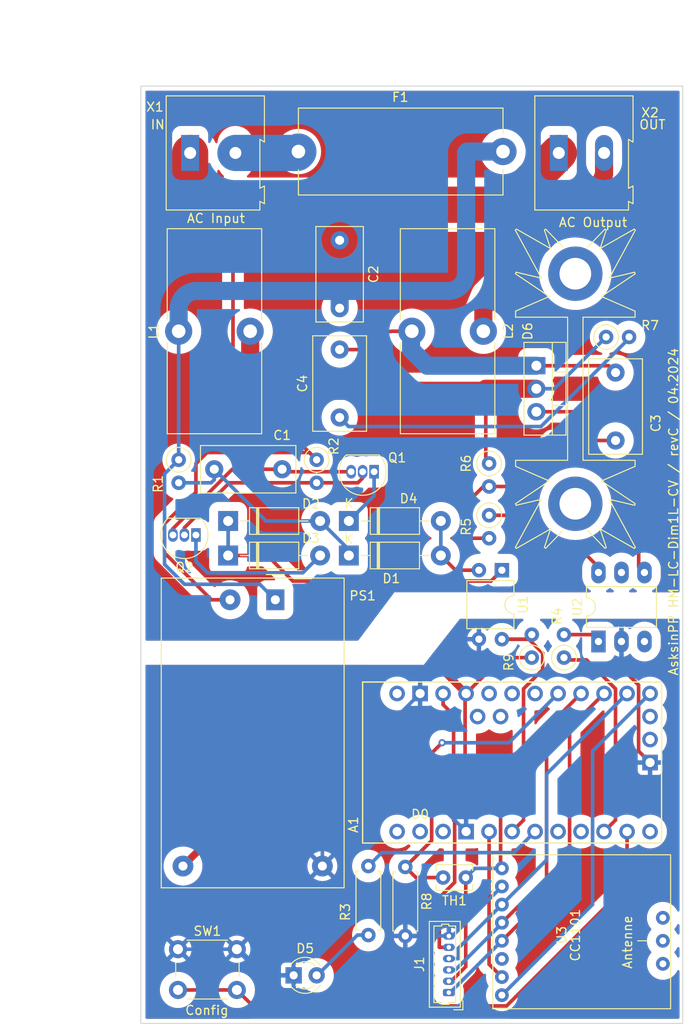
<source format=kicad_pcb>
(kicad_pcb (version 20240108) (generator "pcbnew") (generator_version "8.0")
  (title_block (comment 4 "AISLER Project ID: DOTNUKID"))
  (layers (0 "F.Cu" signal) (31 "B.Cu" signal) (34 "B.Paste" user) (35 "F.Paste" user) (36 "B.SilkS" user "B.Silkscreen") (37 "F.SilkS" user "F.Silkscreen") (38 "B.Mask" user) (39 "F.Mask" user) (44 "Edge.Cuts" user))
  (net 0 "")
  (net 10 "Net-(A1-D2_INT0)")
  (net 11 "Net-(A1-PadD7)")
  (net 12 "Net-(A1-PadD4)")
  (net 14 "ZeroCrossOC")
  (net 15 "Net-(A1-PadD8)")
  (net 17 "Net-(A1-D10_CS)")
  (net 18 "Net-(A1-D11_MOSI)")
  (net 19 "Net-(A1-D12_MISO)")
  (net 20 "GND")
  (net 23 "+3.3V")
  (net 24 "Net-(D1-A)")
  (net 26 "Net-(A1-D13_SCK)")
  (net 27 "Net-(J1-~{RST})")
  (net 28 "Net-(D1-K)")
  (net 29 "Net-(Q1-E)")
  (net 30 "AC_N")
  (net 31 "AC_L")
  (net 32 "Net-(C3-Pad1)")
  (net 33 "Net-(D6-A1)")
  (net 34 "Net-(C4-Pad1)")
  (net 35 "Net-(D2-K)")
  (net 36 "Net-(D3-A)")
  (net 37 "Net-(D5-A)")
  (net 38 "Net-(D6-A2)")
  (net 39 "Net-(D6-G)")
  (net 40 "Net-(X2-Pin_2)")
  (net 41 "Net-(Q1-B)")
  (net 42 "Net-(R4-Pad2)")
  (net 43 "Net-(R5-Pad1)")
  (net 50 "Net-(A1-PadA0)")
  (net 51 "Net-(X1-Pin_2)")
  (net 52 "Net-(D4-K)")
  (footprint "Resistor_THT:R_Axial_DIN0207_L6.3mm_D2.5mm_P2.54mm_Vertical" (layer "F.Cu") (at 154.53 52.705)
    (property "Reference" "R7" (at 4.855 -1.27 0) (layer "F.SilkS"))
    (property "Value" "470R")
    (pad "1" thru_hole circle (at 0 0) (size 1.6 1.6) (drill 0.8) (layers "*.Cu" "*.Mask") (net 33 "Net-(D6-A1)"))
    (pad "2" thru_hole oval (at 2.54 0) (size 1.6 1.6) (drill 0.8) (layers "*.Cu" "*.Mask") (net 34 "Net-(C4-Pad1)"))
  )
  (footprint "Diode_THT:D_DO-41_SOD81_P10.16mm_Horizontal" (layer "F.Cu") (at 112.78 76.835)
    (property "Reference" "D3" (at 9.14 -1.905 0) (layer "F.SilkS"))
    (property "Value" "1N4007")
    (pad "1" thru_hole rect (at 0 0) (size 2.2 2.2) (drill 1.1) (layers "*.Cu" "*.Mask") (net 35 "Net-(D2-K)"))
    (pad "2" thru_hole oval (at 10.16 0) (size 2.2 2.2) (drill 1.1) (layers "*.Cu" "*.Mask") (net 36 "Net-(D3-A)"))
  )
  (footprint "Capacitor_THT:C_Rect_L10.3mm_W5.0mm_P7.50mm_MKS4" (layer "F.Cu") (at 125.095 42.03 -90)
    (property "Reference" "C2" (at 3.75 -3.75 90) (layer "F.SilkS"))
    (property "Value" "100n MKS4-400")
    (pad "1" thru_hole circle (at 0 0 270) (size 2 2) (drill 1) (layers "*.Cu" "*.Mask") (net 30 "AC_N"))
    (pad "2" thru_hole circle (at 7.5 0 270) (size 2 2) (drill 1) (layers "*.Cu" "*.Mask") (net 31 "AC_L"))
  )
  (footprint "Modules_Eigenes:CC1101_Module_v1" (layer "F.Cu") (at 152.02 119.38 90)
    (property "Reference" "U3" (at 0.635 -2.39 90) (layer "F.SilkS"))
    (property "Value" "CC1101" (at 0.635 -0.89 90) (layer "F.SilkS"))
    (fp_text user "Antenne" (at -3.175 5.46 90) (layer "F.SilkS") (effects (justify left bottom)))
    (pad "1" thru_hole circle (at -6 -9 90) (size 1.524 1.524) (drill 0.762) (layers "*.Cu" "*.Mask") (net 17 "Net-(A1-D10_CS)"))
    (pad "2" thru_hole circle (at -4 -9 90) (size 1.524 1.524) (drill 0.762) (layers "*.Cu" "*.Mask") (net 10 "Net-(A1-D2_INT0)"))
    (pad "3" thru_hole circle (at -2 -9 90) (size 1.524 1.524) (drill 0.762) (layers "*.Cu" "*.Mask"))
    (pad "4" thru_hole circle (at 0 -9 90) (size 1.524 1.524) (drill 0.762) (layers "*.Cu" "*.Mask") (net 19 "Net-(A1-D12_MISO)"))
    (pad "5" thru_hole circle (at 2 -9 90) (size 1.524 1.524) (drill 0.762) (layers "*.Cu" "*.Mask") (net 26 "Net-(A1-D13_SCK)"))
    (pad "6" thru_hole circle (at 4 -9 90) (size 1.524 1.524) (drill 0.762) (layers "*.Cu" "*.Mask") (net 18 "Net-(A1-D11_MOSI)"))
    (pad "7" thru_hole circle (at 6 -9 90) (size 1.524 1.524) (drill 0.762) (layers "*.Cu" "*.Mask") (net 20 "GND"))
    (pad "8" thru_hole circle (at 8 -9 90) (size 1.524 1.524) (drill 0.762) (layers "*.Cu" "*.Mask") (net 23 "+3.3V"))
    (pad "9" thru_hole circle (at -2.54 8.78 90) (size 1.524 1.524) (drill 0.762) (layers "*.Cu" "*.Mask"))
    (pad "10" thru_hole circle (at 0 8.78 90) (size 1.524 1.524) (drill 0.762) (layers "*.Cu" "*.Mask"))
    (pad "11" thru_hole circle (at 2.54 8.78 90) (size 1.524 1.524) (drill 0.762) (layers "*.Cu" "*.Mask"))
  )
  (footprint "TerminalBlock:TerminalBlock_Altech_AK300-2_P5.00mm" (layer "F.Cu") (at 149.305 32.385)
    (property "Reference" "X2" (at 10.08 -4.445 0) (layer "F.SilkS"))
    (property "Value" "Screw_Terminal_01x02" (hide yes))
    (pad "1" thru_hole rect (at 0 0) (size 1.98 3.96) (drill 1.32) (layers "*.Cu" "*.Mask") (net 30 "AC_N"))
    (pad "2" thru_hole oval (at 5 0) (size 1.98 3.96) (drill 1.32) (layers "*.Cu" "*.Mask") (net 40 "Net-(X2-Pin_2)"))
  )
  (footprint "Diode_THT:D_DO-41_SOD81_P10.16mm_Horizontal" (layer "F.Cu") (at 126.115 76.835)
    (property "Reference" "D1" (at 4.695 2.54 0) (layer "F.SilkS"))
    (property "Value" "1N4007")
    (fp_text user "K" (at 0 -1.807 0) (layer "F.SilkS"))
    (pad "1" thru_hole rect (at 0 0) (size 2.2 2.2) (drill 1.1) (layers "*.Cu" "*.Mask") (net 28 "Net-(D1-K)"))
    (pad "2" thru_hole oval (at 10.16 0) (size 2.2 2.2) (drill 1.1) (layers "*.Cu" "*.Mask") (net 24 "Net-(D1-A)"))
  )
  (footprint "Capacitor_THT:C_Rect_L10.3mm_W5.0mm_P7.50mm_MKS4" (layer "F.Cu") (at 111.245 67.31)
    (property "Reference" "C1" (at 7.5 -3.75 0) (layer "F.SilkS"))
    (property "Value" "100n / 100V")
    (pad "1" thru_hole circle (at 0 0) (size 2 2) (drill 1) (layers "*.Cu" "*.Mask") (net 28 "Net-(D1-K)"))
    (pad "2" thru_hole circle (at 7.5 0) (size 2 2) (drill 1) (layers "*.Cu" "*.Mask") (net 29 "Net-(Q1-E)"))
  )
  (footprint "Resistor_THT:R_Axial_DIN0207_L6.3mm_D2.5mm_P7.62mm_Horizontal" (layer "F.Cu") (at 128.27 111.125 -90)
    (property "Reference" "R3" (at 5.08 2.54 90) (layer "F.SilkS"))
    (property "Value" "330R")
    (pad "1" thru_hole circle (at 0 0 270) (size 1.6 1.6) (drill 0.8) (layers "*.Cu" "*.Mask") (net 12 "Net-(A1-PadD4)"))
    (pad "2" thru_hole oval (at 7.62 0 270) (size 1.6 1.6) (drill 0.8) (layers "*.Cu" "*.Mask") (net 37 "Net-(D5-A)"))
  )
  (footprint "Resistor_THT:R_Axial_DIN0207_L6.3mm_D2.5mm_P2.54mm_Vertical" (layer "F.Cu") (at 122.555 66.265 -90)
    (property "Reference" "R2" (at -1.495 -1.905 90) (layer "F.SilkS"))
    (property "Value" "470k")
    (pad "1" thru_hole circle (at 0 0 270) (size 1.6 1.6) (drill 0.8) (layers "*.Cu" "*.Mask") (net 30 "AC_N"))
    (pad "2" thru_hole oval (at 2.54 0 270) (size 1.6 1.6) (drill 0.8) (layers "*.Cu" "*.Mask") (net 41 "Net-(Q1-B)"))
  )
  (footprint "Resistor_THT:R_Axial_DIN0207_L6.3mm_D2.5mm_P2.54mm_Vertical" (layer "F.Cu") (at 141.605 72.39 -90)
    (property "Reference" "R5" (at 1.27 2.54 90) (layer "F.SilkS"))
    (property "Value" "360R")
    (pad "1" thru_hole circle (at 0 0 270) (size 1.6 1.6) (drill 0.8) (layers "*.Cu" "*.Mask") (net 43 "Net-(R5-Pad1)"))
    (pad "2" thru_hole oval (at 2.54 0 270) (size 1.6 1.6) (drill 0.8) (layers "*.Cu" "*.Mask") (net 32 "Net-(C3-Pad1)"))
  )
  (footprint "Button_Switch_THT:SW_PUSH_6mm_H5mm" (layer "F.Cu") (at 107.24 120.305)
    (property "Reference" "SW1" (at 3.25 -2 0) (layer "F.SilkS"))
    (property "Value" "Config" (hide yes))
    (pad "1" thru_hole circle (at 0 0 90) (size 2 2) (drill 1.1) (layers "*.Cu" "*.Mask") (net 20 "GND"))
    (pad "1" thru_hole circle (at 6.5 0 90) (size 2 2) (drill 1.1) (layers "*.Cu" "*.Mask") (net 20 "GND"))
    (pad "2" thru_hole circle (at 0 4.5 90) (size 2 2) (drill 1.1) (layers "*.Cu" "*.Mask") (net 15 "Net-(A1-PadD8)"))
    (pad "2" thru_hole circle (at 6.5 4.5 90) (size 2 2) (drill 1.1) (layers "*.Cu" "*.Mask") (net 15 "Net-(A1-PadD8)"))
  )
  (footprint "LED_THT:LED_D3.0mm" (layer "F.Cu") (at 120.015 123.19)
    (property "Reference" "D5" (at 1.27 -2.96 0) (layer "F.SilkS"))
    (property "Value" "LED")
    (pad "1" thru_hole rect (at 0 0) (size 1.8 1.8) (drill 0.9) (layers "*.Cu" "*.Mask") (net 20 "GND"))
    (pad "2" thru_hole circle (at 2.54 0) (size 1.8 1.8) (drill 0.9) (layers "*.Cu" "*.Mask") (net 37 "Net-(D5-A)"))
  )
  (footprint "Inductor_THT:L_Toroid_Vertical_L22.4mm_W10.2mm_P7.90mm_Vishay_TJ4" (layer "F.Cu") (at 107.315 52.07 90)
    (property "Reference" "L1" (at 0 -2.75 90) (layer "F.SilkS"))
    (property "Value" "100µ")
    (pad "1" thru_hole circle (at 0 0 90) (size 3 3) (drill 1.5) (layers "*.Cu" "*.Mask") (net 31 "AC_L"))
    (pad "2" thru_hole circle (at 0 7.9 90) (size 3 3) (drill 1.5) (layers "*.Cu" "*.Mask") (net 33 "Net-(D6-A1)"))
  )
  (footprint "TerminalBlock:TerminalBlock_Altech_AK300-2_P5.00mm" (layer "F.Cu") (at 108.585 32.385)
    (property "Reference" "X1" (at -3.89 -5.08 0) (layer "F.SilkS"))
    (property "Value" "Screw_Terminal_01x02" (hide yes))
    (pad "1" thru_hole rect (at 0 0) (size 1.98 3.96) (drill 1.32) (layers "*.Cu" "*.Mask") (net 30 "AC_N"))
    (pad "2" thru_hole oval (at 5 0) (size 1.98 3.96) (drill 1.32) (layers "*.Cu" "*.Mask") (net 51 "Net-(X1-Pin_2)"))
  )
  (footprint "Fuse:Fuseholder_Cylinder-5x20mm_Stelvio-Kontek_PTF78_Horizontal_Open" (layer "F.Cu") (at 120.542 32.229)
    (property "Reference" "F1" (at 11.25 -6 0) (layer "F.SilkS"))
    (property "Value" "M4A")
    (pad "1" thru_hole circle (at 0 0) (size 3 3) (drill 1.5) (layers "*.Cu" "*.Mask") (net 51 "Net-(X1-Pin_2)"))
    (pad "2" thru_hole circle (at 22.6 0) (size 3 3) (drill 1.5) (layers "*.Cu" "*.Mask") (net 31 "AC_L"))
  )
  (footprint "Package_TO_SOT_THT:TO-92_Inline" (layer "F.Cu") (at 109.22 74.57 180)
    (property "Reference" "Q2" (at 1.27 -3.56 0) (layer "F.SilkS"))
    (property "Value" "BC557")
    (pad "1" thru_hole rect (at 0 0 180) (size 1.05 1.5) (drill 0.75) (layers "*.Cu" "*.Mask") (net 36 "Net-(D3-A)"))
    (pad "2" thru_hole oval (at 1.27 0 180) (size 1.05 1.5) (drill 0.75) (layers "*.Cu" "*.Mask") (net 41 "Net-(Q1-B)"))
    (pad "3" thru_hole oval (at 2.54 0 180) (size 1.05 1.5) (drill 0.75) (layers "*.Cu" "*.Mask") (net 29 "Net-(Q1-E)"))
  )
  (footprint "Resistor_THT:R_Axial_DIN0207_L6.3mm_D2.5mm_P2.54mm_Vertical" (layer "F.Cu") (at 146.32 88.109 90)
    (property "Reference" "R9" (at -0.508 -2.54 90) (layer "F.SilkS"))
    (property "Value" "10k")
    (pad "1" thru_hole circle (at 0 0 90) (size 1.6 1.6) (drill 0.8) (layers "*.Cu" "*.Mask") (net 23 "+3.3V"))
    (pad "2" thru_hole oval (at 2.54 0 90) (size 1.6 1.6) (drill 0.8) (layers "*.Cu" "*.Mask") (net 14 "ZeroCrossOC"))
  )
  (footprint "Capacitor_THT:C_Rect_L10.3mm_W5.7mm_P7.50mm_MKS4" (layer "F.Cu") (at 155.575 64.135 90)
    (property "Reference" "C3" (at 1.905 4.445 90) (layer "F.SilkS"))
    (property "Value" "47n")
    (pad "1" thru_hole circle (at 0 0 90) (size 2 2) (drill 1) (layers "*.Cu" "*.Mask") (net 32 "Net-(C3-Pad1)"))
    (pad "2" thru_hole circle (at 7.5 0 90) (size 2 2) (drill 1) (layers "*.Cu" "*.Mask") (net 38 "Net-(D6-A2)"))
  )
  (footprint "Package_DIP:DIP-4_W7.62mm" (layer "F.Cu") (at 143.018 78.457 -90)
    (property "Reference" "U1" (at 3.81 -2.33 90) (layer "F.SilkS"))
    (property "Value" "LTV-817")
    (pad "1" thru_hole rect (at 0 0 270) (size 1.6 1.6) (drill 0.8) (layers "*.Cu" "*.Mask") (net 35 "Net-(D2-K)"))
    (pad "2" thru_hole oval (at 0 2.54 270) (size 1.6 1.6) (drill 0.8) (layers "*.Cu" "*.Mask") (net 24 "Net-(D1-A)"))
    (pad "3" thru_hole oval (at 7.62 2.54 270) (size 1.6 1.6) (drill 0.8) (layers "*.Cu" "*.Mask") (net 20 "GND"))
    (pad "4" thru_hole oval (at 7.62 0 270) (size 1.6 1.6) (drill 0.8) (layers "*.Cu" "*.Mask") (net 14 "ZeroCrossOC"))
  )
  (footprint "Resistor_THT:R_Axial_DIN0207_L6.3mm_D2.5mm_P2.54mm_Vertical" (layer "F.Cu") (at 107.315 66.265 -90)
    (property "Reference" "R1" (at 2.667 2.27 90) (layer "F.SilkS"))
    (property "Value" "470k")
    (pad "1" thru_hole circle (at 0 0 270) (size 1.6 1.6) (drill 0.8) (layers "*.Cu" "*.Mask") (net 31 "AC_L"))
    (pad "2" thru_hole oval (at 2.54 0 270) (size 1.6 1.6) (drill 0.8) (layers "*.Cu" "*.Mask") (net 28 "Net-(D1-K)"))
  )
  (footprint "Package_TO_SOT_THT:TO-92_Inline" (layer "F.Cu") (at 128.905 67.585 180)
    (property "Reference" "Q1" (at -2.54 1.545 180) (layer "F.SilkS"))
    (property "Value" "BC547")
    (pad "1" thru_hole rect (at 0 0 180) (size 1.05 1.5) (drill 0.75) (layers "*.Cu" "*.Mask") (net 52 "Net-(D4-K)"))
    (pad "2" thru_hole oval (at 1.27 0 180) (size 1.05 1.5) (drill 0.75) (layers "*.Cu" "*.Mask") (net 41 "Net-(Q1-B)"))
    (pad "3" thru_hole oval (at 2.54 0 180) (size 1.05 1.5) (drill 0.75) (layers "*.Cu" "*.Mask") (net 29 "Net-(Q1-E)"))
  )
  (footprint "Connector_Molex:Molex_PicoBlade_53047-0610_1x06_P1.25mm_Vertical" (layer "F.Cu") (at 137.16 125.095 90)
    (property "Reference" "J1" (at 3.12 -3.25 90) (layer "F.SilkS"))
    (property "Value" "AVR-ISP-6")
    (pad "1" thru_hole roundrect (at 0 0 90) (size 0.8 1.3) (drill 0.5) (layers "*.Cu" "*.Mask") (net 19 "Net-(A1-D12_MISO)"))
    (pad "2" thru_hole oval (at 1.25 0 90) (size 0.8 1.3) (drill 0.5) (layers "*.Cu" "*.Mask") (net 23 "+3.3V"))
    (pad "3" thru_hole oval (at 2.5 0 90) (size 0.8 1.3) (drill 0.5) (layers "*.Cu" "*.Mask") (net 26 "Net-(A1-D13_SCK)"))
    (pad "4" thru_hole oval (at 3.75 0 90) (size 0.8 1.3) (drill 0.5) (layers "*.Cu" "*.Mask") (net 18 "Net-(A1-D11_MOSI)"))
    (pad "5" thru_hole oval (at 5 0 90) (size 0.8 1.3) (drill 0.5) (layers "*.Cu" "*.Mask") (net 27 "Net-(J1-~{RST})"))
    (pad "6" thru_hole oval (at 6.25 0 90) (size 0.8 1.3) (drill 0.5) (layers "*.Cu" "*.Mask") (net 20 "GND"))
  )
  (footprint "Diode_THT:D_DO-41_SOD81_P10.16mm_Horizontal" (layer "F.Cu") (at 126.115 73.025)
    (property "Reference" "D4" (at 6.6 -2.47 0) (layer "F.SilkS"))
    (property "Value" "1N4007")
    (fp_text user "K" (at 0.012 -1.934 0) (layer "F.SilkS"))
    (pad "1" thru_hole rect (at 0 0) (size 2.2 2.2) (drill 1.1) (layers "*.Cu" "*.Mask") (net 52 "Net-(D4-K)"))
    (pad "2" thru_hole oval (at 10.16 0) (size 2.2 2.2) (drill 1.1) (layers "*.Cu" "*.Mask") (net 24 "Net-(D1-A)"))
  )
  (footprint "Capacitor_THT:C_Disc_D3.8mm_W2.6mm_P2.50mm" (layer "F.Cu") (at 139.025 112.395 180)
    (property "Reference" "TH1" (at 1.25 -2.55 180) (layer "F.SilkS"))
    (property "Value" "NTC 10k")
    (pad "1" thru_hole circle (at 0 0 180) (size 1.6 1.6) (drill 0.8) (layers "*.Cu" "*.Mask") (net 23 "+3.3V"))
    (pad "2" thru_hole circle (at 2.5 0 180) (size 1.6 1.6) (drill 0.8) (layers "*.Cu" "*.Mask") (net 50 "Net-(A1-PadA0)"))
  )
  (footprint "PCM_arduino-library:Clone_Pro_Mini_Socket_NoSPH" (layer "F.Cu") (at 144.145 99.695 90)
    (property "Reference" "A1" (at -6.858 -17.526 90) (layer "F.SilkS"))
    (property "Value" "Clone_Pro_Mini_Socket_NoSPH")
    (fp_text user "D0" (at -5.715 -10.16 0) (layer "F.SilkS"))
    (pad "A0" thru_hole circle (at 7.62 5.08 90) (size 1.7272 1.7272) (drill 1.016) (layers "*.Cu" "*.Mask") (net 50 "Net-(A1-PadA0)"))
    (pad "A1" thru_hole circle (at 7.62 2.54 90) (size 1.7272 1.7272) (drill 1.016) (layers "*.Cu" "*.Mask"))
    (pad "A2" thru_hole circle (at 7.62 0 90) (size 1.7272 1.7272) (drill 1.016) (layers "*.Cu" "*.Mask"))
    (pad "A3" thru_hole circle (at 7.62 -2.54 90) (size 1.7272 1.7272) (drill 1.016) (layers "*.Cu" "*.Mask"))
    (pad "A4" thru_hole circle (at 5.08 -1.27 90) (size 1.7272 1.7272) (drill 1.016) (layers "*.Cu" "*.Mask"))
    (pad "A5" thru_hole circle (at 5.08 -3.81 90) (size 1.7272 1.7272) (drill 1.016) (layers "*.Cu" "*.Mask"))
    (pad "A6" thru_hole circle (at 2.54 15.24 90) (size 1.7272 1.7272) (drill 1.016) (layers "*.Cu" "*.Mask"))
    (pad "A7" thru_hole circle (at 5.08 15.24 90) (size 1.7272 1.7272) (drill 1.016) (layers "*.Cu" "*.Mask"))
    (pad "D0" thru_hole circle (at -7.62 -10.16 90) (size 1.7272 1.7272) (drill 1.016) (layers "*.Cu" "*.Mask"))
    (pad "D1" thru_hole circle (at -7.62 -12.7 90) (size 1.7272 1.7272) (drill 1.016) (layers "*.Cu" "*.Mask"))
    (pad "D2" thru_hole circle (at -7.62 -2.54 90) (size 1.7272 1.7272) (drill 1.016) (layers "*.Cu" "*.Mask") (net 10 "Net-(A1-D2_INT0)"))
    (pad "D3" thru_hole circle (at -7.62 0 90) (size 1.7272 1.7272) (drill 1.016) (layers "*.Cu" "*.Mask") (net 14 "ZeroCrossOC"))
    (pad "D4" thru_hole circle (at -7.62 2.54 90) (size 1.7272 1.7272) (drill 1.016) (layers "*.Cu" "*.Mask") (net 12 "Net-(A1-PadD4)"))
    (pad "D5" thru_hole circle (at -7.62 5.08 90) (size 1.7272 1.7272) (drill 1.016) (layers "*.Cu" "*.Mask"))
    (pad "D6" thru_hole circle (at -7.62 7.62 90) (size 1.7272 1.7272) (drill 1.016) (layers "*.Cu" "*.Mask"))
    (pad "D7" thru_hole circle (at -7.62 10.16 90) (size 1.7272 1.7272) (drill 1.016) (layers "*.Cu" "*.Mask") (net 11 "Net-(A1-PadD7)"))
    (pad "D8" thru_hole circle (at -7.62 12.7 90) (size 1.7272 1.7272) (drill 1.016) (layers "*.Cu" "*.Mask") (net 15 "Net-(A1-PadD8)"))
    (pad "D9" thru_hole circle (at -7.62 15.24 90) (size 1.7272 1.7272) (drill 1.016) (layers "*.Cu" "*.Mask"))
    (pad "D10" thru_hole circle (at 7.62 15.24 90) (size 1.7272 1.7272) (drill 1.016) (layers "*.Cu" "*.Mask") (net 17 "Net-(A1-D10_CS)"))
    (pad "D11" thru_hole circle (at 7.62 12.7 90) (size 1.7272 1.7272) (drill 1.016) (layers "*.Cu" "*.Mask") (net 18 "Net-(A1-D11_MOSI)"))
    (pad "D12" thru_hole circle (at 7.62 10.16 90) (size 1.7272 1.7272) (drill 1.016) (layers "*.Cu" "*.Mask") (net 19 "Net-(A1-D12_MISO)"))
    (pad "D13" thru_hole circle (at 7.62 7.62 90) (size 1.7272 1.7272) (drill 1.016) (layers "*.Cu" "*.Mask") (net 26 "Net-(A1-D13_SCK)"))
    (pad "GND1" thru_hole rect (at -7.62 -5.08 90) (size 1.7272 1.7272) (drill 1.016) (layers "*.Cu" "*.Mask") (net 20 "GND"))
    (pad "GND2" thru_hole rect (at 7.62 -10.16 90) (size 1.7272 1.7272) (drill 1.016) (layers "*.Cu" "*.Mask") (net 20 "GND"))
    (pad "GND3" thru_hole rect (at 0 15.24 90) (size 1.7272 1.7272) (drill 1.016) (layers "*.Cu" "*.Mask") (net 20 "GND"))
    (pad "RAW" thru_hole circle (at 7.62 -12.7 90) (size 1.7272 1.7272) (drill 1.016) (layers "*.Cu" "*.Mask"))
    (pad "RST1" thru_hole circle (at -7.62 -7.62 90) (size 1.7272 1.7272) (drill 1.016) (layers "*.Cu" "*.Mask"))
    (pad "RST2" thru_hole circle (at 7.62 -7.62 90) (size 1.7272 1.7272) (drill 1.016) (layers "*.Cu" "*.Mask") (net 27 "Net-(J1-~{RST})"))
    (pad "Vcc1" thru_hole circle (at 7.62 -5.08 90) (size 1.7272 1.7272) (drill 1.016) (layers "*.Cu" "*.Mask") (net 23 "+3.3V"))
  )
  (footprint "Resistor_THT:R_Axial_DIN0207_L6.3mm_D2.5mm_P2.54mm_Vertical" (layer "F.Cu") (at 141.605 66.675 -90)
    (property "Reference" "R6" (at 0 2.54 90) (layer "F.SilkS"))
    (property "Value" "470R")
    (pad "1" thru_hole circle (at 0 0 270) (size 1.6 1.6) (drill 0.8) (layers "*.Cu" "*.Mask") (net 33 "Net-(D6-A1)"))
    (pad "2" thru_hole oval (at 2.54 0 270) (size 1.6 1.6) (drill 0.8) (layers "*.Cu" "*.Mask") (net 32 "Net-(C3-Pad1)"))
  )
  (footprint "Inductor_THT:L_Toroid_Vertical_L22.4mm_W10.2mm_P7.90mm_Vishay_TJ4" (layer "F.Cu") (at 140.97 52.07 -90)
    (property "Reference" "L2" (at 0 -2.75 90) (layer "F.SilkS"))
    (property "Value" "100µ")
    (pad "1" thru_hole circle (at 0 0 270) (size 3 3) (drill 1.5) (layers "*.Cu" "*.Mask") (net 40 "Net-(X2-Pin_2)"))
    (pad "2" thru_hole circle (at 0 7.9 270) (size 3 3) (drill 1.5) (layers "*.Cu" "*.Mask") (net 38 "Net-(D6-A2)"))
  )
  (footprint "Converter_ACDC:Converter_ACDC_HiLink_HLK-PMxx" (layer "F.Cu") (at 117.99 81.725 -90)
    (property "Reference" "PS1" (at -0.445 -9.645 0) (layer "F.SilkS"))
    (property "Value" "HLK-PM03")
    (pad "1" thru_hole rect (at 0 0 270) (size 2.3 2) (drill 1) (layers "*.Cu" "*.Mask") (net 31 "AC_L"))
    (pad "2" thru_hole circle (at 0 5 270) (size 2.3 2.3) (drill 1) (layers "*.Cu" "*.Mask") (net 30 "AC_N"))
    (pad "3" thru_hole circle (at 29.4 -5.2 270) (size 2.3 2.3) (drill 1) (layers "*.Cu" "*.Mask") (net 20 "GND"))
    (pad "4" thru_hole circle (at 29.4 10.2 270) (size 2.3 2.3) (drill 1) (layers "*.Cu" "*.Mask") (net 23 "+3.3V"))
  )
  (footprint "Heatsink:Heatsink_Fischer_SK104-STCB_35x13mm__2xDrill3.5mm_ScrewM3" (layer "F.Cu") (at 151.13 58.42 90)
    (property "Reference" "HS1" (hide yes))
    (property "Value" "Heatsink")
    (pad "" thru_hole circle (at -12.7 0 270) (size 6 6) (drill 3.5) (layers "*.Cu" "*.Mask"))
    (pad "" thru_hole circle (at 12.7 0 90) (size 6 6) (drill 3.5) (layers "*.Cu" "*.Mask"))
  )
  (footprint "Package_DIP:DIP-6_W7.62mm_LongPads" (layer "F.Cu") (at 153.686 86.331 90)
    (property "Reference" "U2" (at 3.81 -2.33 90) (layer "F.SilkS"))
    (property "Value" "MOC3052M")
    (pad "1" thru_hole rect (at 0 0 90) (size 2.4 1.6) (drill 0.8) (layers "*.Cu" "*.Mask") (net 42 "Net-(R4-Pad2)"))
    (pad "2" thru_hole oval (at 0 2.54 90) (size 2.4 1.6) (drill 0.8) (layers "*.Cu" "*.Mask") (net 20 "GND"))
    (pad "3" thru_hole oval (at 0 5.08 90) (size 2.4 1.6) (drill 0.8) (layers "*.Cu" "*.Mask"))
    (pad "4" thru_hole oval (at 7.62 5.08 90) (size 2.4 1.6) (drill 0.8) (layers "*.Cu" "*.Mask") (net 39 "Net-(D6-G)"))
    (pad "5" thru_hole oval (at 7.62 2.54 90) (size 2.4 1.6) (drill 0.8) (layers "*.Cu" "*.Mask"))
    (pad "6" thru_hole oval (at 7.62 0 90) (size 2.4 1.6) (drill 0.8) (layers "*.Cu" "*.Mask") (net 43 "Net-(R5-Pad1)"))
  )
  (footprint "Resistor_THT:R_Axial_DIN0207_L6.3mm_D2.5mm_P2.54mm_Vertical" (layer "F.Cu") (at 149.876 88.109 90)
    (property "Reference" "R4" (at 4.572 -0.762 90) (layer "F.SilkS"))
    (property "Value" "220R")
    (pad "1" thru_hole circle (at 0 0 90) (size 1.6 1.6) (drill 0.8) (layers "*.Cu" "*.Mask") (net 11 "Net-(A1-PadD7)"))
    (pad "2" thru_hole oval (at 2.54 0 90) (size 1.6 1.6) (drill 0.8) (layers "*.Cu" "*.Mask") (net 42 "Net-(R4-Pad2)"))
  )
  (footprint "Package_TO_SOT_THT:TO-220-3_Vertical" (layer "F.Cu") (at 146.828 55.88 -90)
    (property "Reference" "D6" (at -3.81 0.96 90) (layer "F.SilkS"))
    (property "Value" "BT138" (hide yes))
    (pad "1" thru_hole rect (at 0 0 270) (size 1.905 2) (drill 1.1) (layers "*.Cu" "*.Mask") (net 38 "Net-(D6-A2)"))
    (pad "2" thru_hole oval (at 2.54 0 270) (size 1.905 2) (drill 1.1) (layers "*.Cu" "*.Mask") (net 33 "Net-(D6-A1)"))
    (pad "3" thru_hole oval (at 5.08 0 270) (size 1.905 2) (drill 1.1) (layers "*.Cu" "*.Mask") (net 39 "Net-(D6-G)"))
  )
  (footprint "Capacitor_THT:C_Rect_L10.3mm_W5.7mm_P7.50mm_MKS4" (layer "F.Cu") (at 125.095 61.595 90)
    (property "Reference" "C4" (at 3.75 -4.1 90) (layer "F.SilkS"))
    (property "Value" "47n")
    (pad "1" thru_hole circle (at 0 0 90) (size 2 2) (drill 1) (layers "*.Cu" "*.Mask") (net 34 "Net-(C4-Pad1)"))
    (pad "2" thru_hole circle (at 7.5 0 90) (size 2 2) (drill 1) (layers "*.Cu" "*.Mask") (net 38 "Net-(D6-A2)"))
  )
  (footprint "MountingHole:MountingHole_3.2mm_M3" (layer "F.Cu") (at 133.14 84.495)
    (property "Reference" "H1" (hide yes))
    (property "Value" "MountingHole")
    (pad "" np_thru_hole circle (at 0 0) (size 3.2 3.2) (drill 3.2) (layers "*.Cu" "*.Mask"))
  )
  (footprint "Resistor_THT:R_Axial_DIN0207_L6.3mm_D2.5mm_P7.62mm_Horizontal" (layer "F.Cu") (at 132.35 111.223 -90)
    (property "Reference" "R8" (at 3.81 -2.37 90) (layer "F.SilkS"))
    (property "Value" "10k")
    (pad "1" thru_hole circle (at 0 0 270) (size 1.6 1.6) (drill 0.8) (layers "*.Cu" "*.Mask") (net 50 "Net-(A1-PadA0)"))
    (pad "2" thru_hole oval (at 7.62 0 270) (size 1.6 1.6) (drill 0.8) (layers "*.Cu" "*.Mask") (net 20 "GND"))
  )
  (footprint "Diode_THT:D_DO-41_SOD81_P10.16mm_Horizontal" (layer "F.Cu") (at 112.78 73.025)
    (property "Reference" "D2" (at 9.14 -1.905 0) (layer "F.SilkS"))
    (property "Value" "1N4007")
    (pad "1" thru_hole rect (at 0 0) (size 2.2 2.2) (drill 1.1) (layers "*.Cu" "*.Mask") (net 35 "Net-(D2-K)"))
    (pad "2" thru_hole oval (at 10.16 0) (size 2.2 2.2) (drill 1.1) (layers "*.Cu" "*.Mask") (net 28 "Net-(D1-K)"))
  )
  (gr_rect (start 103.14 25) (end 163 128.495) (stroke (width 0.1)) (fill none) (layer "Edge.Cuts"))
  (gr_text "AC Output" (at 149.225 40.64 0) (layer "F.SilkS") (effects (font (size 1 1)) (justify left bottom)))
  (gr_text "AC Input" (at 108.142564 40.192358 0) (layer "F.SilkS") (effects (font (size 1 1)) (justify left bottom)))
  (gr_text "AsksinPP HM-LC-Dim1L-CV / revC / 04.2024" (at 162.56 90.17 90) (layer "F.SilkS") (effects (font (size 1 1)) (justify left bottom)))
  (gr_text "Config" (at 107.95 127.635 0) (layer "F.SilkS") (effects (font (size 1 1)) (justify left bottom)))
  (gr_text "IN" (at 104.14 29.845 0) (layer "F.SilkS") (effects (font (size 1 1)) (justify left bottom)))
  (gr_text "OUT" (at 158.115 29.845 0) (layer "F.SilkS") (effects (font (size 1 1)) (justify left bottom)))
  (segment (start 141.605 107.315) (end 141.605 121.965) (width 0.4) (layer "F.Cu") (net 10))
  (segment (start 141.605 121.965) (end 143.02 123.38) (width 0.4) (layer "F.Cu") (net 10))
  (segment (start 155.5686 91.551599) (end 155.5686 106.0514) (width 0.4) (layer "F.Cu") (net 11))
  (segment (start 152.380001 88.363) (end 155.5686 91.551599) (width 0.4) (layer "F.Cu") (net 11))
  (segment (start 155.5686 106.0514) (end 154.305 107.315) (width 0.4) (layer "F.Cu") (net 11))
  (segment (start 149.876 88.109) (end 150.13 88.363) (width 0.4) (layer "F.Cu") (net 11))
  (segment (start 150.13 88.363) (end 152.380001 88.363) (width 0.4) (layer "F.Cu") (net 11))
  (segment (start 144.3587 109.6413) (end 146.685 107.315) (width 0.4) (layer "B.Cu") (net 12))
  (segment (start 128.27 111.125) (end 129.7537 109.6413) (width 0.4) (layer "B.Cu") (net 12))
  (segment (start 129.7537 109.6413) (end 144.3587 109.6413) (width 0.4) (layer "B.Cu") (net 12))
  (segment (start 145.812 86.077) (end 146.32 85.569) (width 0.4) (layer "F.Cu") (net 14))
  (segment (start 143.018 86.077) (end 145.812 86.077) (width 0.4) (layer "F.Cu") (net 14))
  (segment (start 147.52 87.611943) (end 147.52 89.440199) (width 0.4) (layer "F.Cu") (net 14))
  (segment (start 145.4086 91.551599) (end 145.4086 106.0514) (width 0.4) (layer "F.Cu") (net 14))
  (segment (start 145.985057 86.077) (end 147.52 87.611943) (width 0.4) (layer "F.Cu") (net 14))
  (segment (start 147.52 89.440199) (end 145.4086 91.551599) (width 0.4) (layer "F.Cu") (net 14))
  (segment (start 143.018 86.077) (end 145.985057 86.077) (width 0.4) (layer "F.Cu") (net 14))
  (segment (start 145.4086 106.0514) (end 144.145 107.315) (width 0.4) (layer "F.Cu") (net 14))
  (segment (start 113.74 124.805) (end 107.24 124.805) (width 0.4) (layer "F.Cu") (net 15))
  (segment (start 156.845 113.2615) (end 143.5366 126.5699) (width 0.4) (layer "F.Cu") (net 15))
  (segment (start 115.5049 126.5699) (end 113.74 124.805) (width 0.4) (layer "F.Cu") (net 15))
  (segment (start 156.845 107.315) (end 156.845 113.2615) (width 0.4) (layer "F.Cu") (net 15))
  (segment (start 143.5366 126.5699) (end 115.5049 126.5699) (width 0.4) (layer "F.Cu") (net 15))
  (segment (start 153.035 98.425) (end 153.035 115.365) (width 0.4) (layer "B.Cu") (net 17))
  (segment (start 153.035 115.365) (end 143.02 125.38) (width 0.4) (layer "B.Cu") (net 17))
  (segment (start 159.385 92.075) (end 153.035 98.425) (width 0.4) (layer "B.Cu") (net 17))
  (segment (start 156.845 92.075) (end 147.955 100.965) (width 0.4) (layer "B.Cu") (net 18))
  (segment (start 138.2119 121.345) (end 138.2119 120.1881) (width 0.4) (layer "B.Cu") (net 18))
  (segment (start 137.16 121.345) (end 138.2119 121.345) (width 0.4) (layer "B.Cu") (net 18))
  (segment (start 147.955 110.445) (end 143.02 115.38) (width 0.4) (layer "B.Cu") (net 18))
  (segment (start 147.955 100.965) (end 147.955 110.445) (width 0.4) (layer "B.Cu") (net 18))
  (segment (start 138.2119 120.1881) (end 143.02 115.38) (width 0.4) (layer "B.Cu") (net 18))
  (segment (start 150.4966 111.9034) (end 150.4966 95.8834) (width 0.4) (layer "F.Cu") (net 19))
  (segment (start 143.02 119.38) (end 150.4966 111.9034) (width 0.4) (layer "F.Cu") (net 19))
  (segment (start 150.4966 95.8834) (end 154.305 92.075) (width 0.4) (layer "F.Cu") (net 19))
  (segment (start 143.02 119.38) (end 137.305 125.095) (width 0.4) (layer "B.Cu") (net 19))
  (segment (start 137.305 125.095) (end 137.16 125.095) (width 0.4) (layer "B.Cu") (net 19))
  (segment (start 158.1195 98.4295) (end 158.1195 91.1414) (width 0.4) (layer "F.Cu") (net 20))
  (segment (start 159.385 99.695) (end 158.1195 98.4295) (width 0.4) (layer "F.Cu") (net 20))
  (segment (start 158.1195 91.1414) (end 156.226 89.2479) (width 0.4) (layer "F.Cu") (net 20))
  (segment (start 156.226 89.2479) (end 156.226 86.331) (width 0.4) (layer "F.Cu") (net 20))
  (segment (start 123.19 111.125) (end 123.19 104.619) (width 0.4) (layer "B.Cu") (net 20))
  (segment (start 139.208 107.172) (end 139.065 107.315) (width 0.4) (layer "B.Cu") (net 20))
  (segment (start 113.74 120.305) (end 114 120.305) (width 0.4) (layer "B.Cu") (net 20))
  (segment (start 137.158 118.843) (end 137.16 118.845) (width 0.4) (layer "B.Cu") (net 20))
  (segment (start 123.19 102.87) (end 133.985 92.075) (width 0.4) (layer "B.Cu") (net 20))
  (segment (start 130.908 118.843) (end 132.35 118.843) (width 0.4) (layer "B.Cu") (net 20))
  (segment (start 139.065 107.315) (end 136.369 104.619) (width 0.4) (layer "B.Cu") (net 20))
  (segment (start 123.19 111.125) (end 120.015 114.3) (width 0.4) (layer "B.Cu") (net 20))
  (segment (start 132.35 118.843) (end 137.158 118.843) (width 0.4) (layer "B.Cu") (net 20))
  (segment (start 123.19 104.619) (end 123.19 102.87) (width 0.4) (layer "B.Cu") (net 20))
  (segment (start 116.885 123.19) (end 120.015 123.19) (width 0.4) (layer "B.Cu") (net 20))
  (segment (start 143.02 113.38) (end 137.555 118.845) (width 0.4) (layer "B.Cu") (net 20))
  (segment (start 137.555 118.845) (end 137.16 118.845) (width 0.4) (layer "B.Cu") (net 20))
  (segment (start 107.24 120.305) (end 113.74 120.305) (width 0.4) (layer "B.Cu") (net 20))
  (segment (start 120.015 114.3) (end 120.015 123.19) (width 0.4) (layer "B.Cu") (net 20))
  (segment (start 114 120.305) (end 116.885 123.19) (width 0.4) (layer "B.Cu") (net 20))
  (segment (start 136.369 104.619) (end 123.19 104.619) (width 0.4) (layer "B.Cu") (net 20))
  (segment (start 123.19 111.125) (end 130.908 118.843) (width 0.4) (layer "B.Cu") (net 20))
  (segment (start 137.41 123.845) (end 137.16 123.845) (width 0.4) (layer "F.Cu") (net 23))
  (segment (start 142.875 111.235) (end 143.02 111.38) (width 0.4) (layer "F.Cu") (net 23))
  (segment (start 139.025 122.23) (end 137.41 123.845) (width 0.4) (layer "F.Cu") (net 23))
  (segment (start 139.065 112.355) (end 139.025 112.395) (width 0.4) (layer "F.Cu") (net 23))
  (segment (start 139.025 112.395) (end 139.025 122.23) (width 0.4) (layer "F.Cu") (net 23))
  (segment (start 136.623 89.633) (end 139.065 92.075) (width 0.8) (layer "F.Cu") (net 23))
  (segment (start 139.065 92.075) (end 138.954 92.186) (width 0.4) (layer "F.Cu") (net 23))
  (segment (start 138.954 92.186) (end 138.954 100.0163) (width 0.4) (layer "F.Cu") (net 23))
  (segment (start 107.79 111.125) (end 129.282 89.633) (width 0.8) (layer "F.Cu") (net 23))
  (segment (start 146.32 88.109) (end 143.031 88.109) (width 0.4) (layer "F.Cu") (net 23))
  (segment (start 138.954 100.0163) (end 142.875 103.9373) (width 0.4) (layer "F.Cu") (net 23))
  (segment (start 142.875 103.9373) (end 142.875 111.235) (width 0.4) (layer "F.Cu") (net 23))
  (segment (start 129.282 89.633) (end 136.623 89.633) (width 0.8) (layer "F.Cu") (net 23))
  (segment (start 143.031 88.109) (end 139.065 92.075) (width 0.4) (layer "F.Cu") (net 23))
  (segment (start 143.02 111.38) (end 140.04 111.38) (width 0.4) (layer "B.Cu") (net 23))
  (segment (start 140.04 111.38) (end 139.025 112.395) (width 0.4) (layer "B.Cu") (net 23))
  (segment (start 140.478 78.457) (end 137.897 78.457) (width 0.4) (layer "F.Cu") (net 24))
  (segment (start 137.897 78.457) (end 136.275 76.835) (width 0.4) (layer "F.Cu") (net 24))
  (segment (start 136.275 76.835) (end 136.275 73.025) (width 0.4) (layer "B.Cu") (net 24))
  (segment (start 147.955 95.885) (end 147.955 112.445) (width 0.4) (layer "F.Cu") (net 26))
  (segment (start 151.765 92.075) (end 147.955 95.885) (width 0.4) (layer "F.Cu") (net 26))
  (segment (start 147.955 112.445) (end 143.02 117.38) (width 0.4) (layer "F.Cu") (net 26))
  (segment (start 137.16 122.595) (end 137.8785 122.595) (width 0.4) (layer "B.Cu") (net 26))
  (segment (start 137.8785 122.595) (end 143.02 117.4535) (width 0.4) (layer "B.Cu") (net 26))
  (segment (start 143.02 117.4535) (end 143.02 117.38) (width 0.4) (layer "B.Cu") (net 26))
  (segment (start 137.684 94.459) (end 137.684 106.0706) (width 0.4) (layer "F.Cu") (net 27))
  (segment (start 136.1081 120.095) (end 137.16 120.095) (width 0.4) (layer "F.Cu") (net 27))
  (segment (start 137.8014 106.188) (end 137.8014 112.915657) (width 0.4) (layer "F.Cu") (net 27))
  (segment (start 136.525 92.075) (end 136.525 93.3) (width 0.4) (layer "F.Cu") (net 27))
  (segment (start 137.8014 112.915657) (end 136.1081 114.608957) (width 0.4) (layer "F.Cu") (net 27))
  (segment (start 136.1081 114.608957) (end 136.1081 120.095) (width 0.4) (layer "F.Cu") (net 27))
  (segment (start 137.684 106.0706) (end 137.8014 106.188) (width 0.4) (layer "F.Cu") (net 27))
  (segment (start 136.525 93.3) (end 137.684 94.459) (width 0.4) (layer "F.Cu") (net 27))
  (segment (start 126.115 76.2) (end 122.94 73.025) (width 0.4) (layer "B.Cu") (net 28))
  (segment (start 107.315 68.805) (end 110.9 68.805) (width 0.4) (layer "B.Cu") (net 28))
  (segment (start 110.9 68.805) (end 111.245 68.46) (width 0.4) (layer "B.Cu") (net 28))
  (segment (start 111.245 68.46) (end 111.245 67.31) (width 0.4) (layer "B.Cu") (net 28))
  (segment (start 126.115 76.835) (end 126.115 76.2) (width 0.4) (layer "B.Cu") (net 28))
  (segment (start 111.245 67.31) (end 116.96 73.025) (width 0.4) (layer "B.Cu") (net 28))
  (segment (start 116.96 73.025) (end 122.94 73.025) (width 0.4) (layer "B.Cu") (net 28))
  (segment (start 119.02 67.585) (end 126.365 67.585) (width 0.4) (layer "F.Cu") (net 29))
  (segment (start 118.745 67.31) (end 113.24 67.31) (width 0.4) (layer "F.Cu") (net 29))
  (segment (start 106.68 73.87) (end 106.68 74.57) (width 0.4) (layer "F.Cu") (net 29))
  (segment (start 113.24 67.31) (end 106.68 73.87) (width 0.4) (layer "F.Cu") (net 29))
  (segment (start 118.745 67.31) (end 119.02 67.585) (width 0.4) (layer "F.Cu") (net 29))
  (segment (start 121.755 65.465) (end 113.315 57.025) (width 0.4) (layer "F.Cu") (net 30))
  (segment (start 110.935 81.725) (end 112.99 81.725) (width 0.4) (layer "F.Cu") (net 30))
  (segment (start 110.453 65.465) (end 109.22 66.6976) (width 0.4) (layer "F.Cu") (net 30))
  (segment (start 122.555 66.265) (end 121.755 65.465) (width 0.4) (layer "F.Cu") (net 30))
  (segment (start 108.585 38.1) (end 108.585 32.385) (width 4) (layer "F.Cu") (net 30))
  (segment (start 122.555 66.265) (end 121.755 65.465) (width 0.4) (layer "F.Cu") (net 30))
  (segment (start 125.095 38.1) (end 113.03 38.1) (width 4) (layer "F.Cu") (net 30))
  (segment (start 105.755 73.315) (end 105.755 76.545) (width 0.4) (layer "F.Cu") (net 30))
  (segment (start 143.59 38.1) (end 125.095 38.1) (width 4) (layer "F.Cu") (net 30))
  (segment (start 109.22 66.6976) (end 109.22 69.85) (width 0.4) (layer "F.Cu") (net 30))
  (segment (start 149.305 32.385) (end 143.59 38.1) (width 4) (layer "F.Cu") (net 30))
  (segment (start 109.22 69.85) (end 105.755 73.315) (width 0.4) (layer "F.Cu") (net 30))
  (segment (start 121.755 65.465) (end 110.453 65.465) (width 0.4) (layer "F.Cu") (net 30))
  (segment (start 113.315 38.385) (end 113.03 38.1) (width 0.4) (layer "F.Cu") (net 30))
  (segment (start 105.755 76.545) (end 110.935 81.725) (width 0.4) (layer "F.Cu") (net 30))
  (segment (start 113.03 38.1) (end 108.585 38.1) (width 4) (layer "F.Cu") (net 30))
  (segment (start 125.095 42.03) (end 125.095 38.1) (width 4) (layer "F.Cu") (net 30))
  (segment (start 113.315 57.025) (end 113.315 38.385) (width 0.4) (layer "F.Cu") (net 30))
  (segment (start 107.315 66.265) (end 105.755 67.825) (width 0.4) (layer "B.Cu") (net 31))
  (segment (start 107.315 52.07) (end 107.315 49.625) (width 2) (layer "B.Cu") (net 31))
  (segment (start 137.065 47.625) (end 125.095 47.625) (width 2) (layer "B.Cu") (net 31))
  (segment (start 139.208 32.229) (end 139.065 32.372) (width 2) (layer "B.Cu") (net 31))
  (segment (start 143.142 32.229) (end 139.208 32.229) (width 2) (layer "B.Cu") (net 31))
  (segment (start 105.755 77.815) (end 107.95 80.01) (width 0.4) (layer "B.Cu") (net 31))
  (segment (start 107.95 80.01) (end 116.275 80.01) (width 0.4) (layer "B.Cu") (net 31))
  (segment (start 107.315 52.07) (end 107.315 66.265) (width 0.4) (layer "B.Cu") (net 31))
  (segment (start 139.065 32.372) (end 139.065 45.625) (width 2) (layer "B.Cu") (net 31))
  (segment (start 116.275 80.01) (end 117.99 81.725) (width 0.4) (layer "B.Cu") (net 31))
  (segment (start 105.755 67.825) (end 105.755 77.815) (width 0.4) (layer "B.Cu") (net 31))
  (segment (start 109.315 47.625) (end 125.095 47.625) (width 2) (layer "B.Cu") (net 31))
  (segment (start 125.095 49.53) (end 125.095 47.625) (width 2) (layer "B.Cu") (net 31))
  (arc (start 107.315 49.625) (mid 107.900786 48.210786) (end 109.315 47.625) (width 2) (layer "B.Cu") (net 31))
  (arc (start 139.065 45.625) (mid 138.479214 47.039214) (end 137.065 47.625) (width 2) (layer "B.Cu") (net 31))
  (segment (start 140.97 69.215) (end 141.605 69.215) (width 0.4) (layer "F.Cu") (net 32))
  (segment (start 141.605 74.93) (end 139.7 74.93) (width 0.4) (layer "F.Cu") (net 32))
  (segment (start 139.7 74.93) (end 139.065 74.295) (width 0.4) (layer "F.Cu") (net 32))
  (segment (start 143.51 69.215) (end 141.605 69.215) (width 0.4) (layer "F.Cu") (net 32))
  (segment (start 139.065 71.12) (end 140.97 69.215) (width 0.4) (layer "F.Cu") (net 32))
  (segment (start 148.59 64.135) (end 143.51 69.215) (width 0.4) (layer "F.Cu") (net 32))
  (segment (start 139.065 74.295) (end 139.065 71.12) (width 0.4) (layer "F.Cu") (net 32))
  (segment (start 155.575 64.135) (end 148.59 64.135) (width 0.4) (layer "F.Cu") (net 32))
  (segment (start 117.159213 58.059213) (end 115.800786 56.700786) (width 2) (layer "F.Cu") (net 33))
  (segment (start 141.24 58.42) (end 146.828 58.42) (width 2) (layer "F.Cu") (net 33))
  (segment (start 141.24 58.42) (end 141.015 58.645) (width 2) (layer "F.Cu") (net 33))
  (segment (start 141.24 66.31) (end 141.605 66.675) (width 0.4) (layer "F.Cu") (net 33))
  (segment (start 115.215 55.286573) (end 115.215 52.07) (width 2) (layer "F.Cu") (net 33))
  (segment (start 141.015 58.645) (end 118.573427 58.645) (width 2) (layer "F.Cu") (net 33))
  (segment (start 141.24 58.42) (end 141.24 66.31) (width 0.4) (layer "F.Cu") (net 33))
  (arc (start 117.159213 58.059213) (mid 117.80806 58.492759) (end 118.573427 58.645) (width 2) (layer "F.Cu") (net 33))
  (arc (start 115.800786 56.700786) (mid 115.367241 56.05194) (end 115.215 55.286573) (width 2) (layer "F.Cu") (net 33))
  (segment (start 148.815 58.42) (end 154.53 52.705) (width 0.4) (layer "B.Cu") (net 33))
  (segment (start 146.828 58.42) (end 148.815 58.42) (width 0.4) (layer "B.Cu") (net 33))
  (segment (start 157.07 52.8602) (end 157.07 52.705) (width 0.4) (layer "B.Cu") (net 34))
  (segment (start 147.335 62.595) (end 157.07 52.8602) (width 0.4) (layer "B.Cu") (net 34))
  (segment (start 126.095 62.595) (end 147.335 62.595) (width 0.4) (layer "B.Cu") (net 34))
  (segment (start 125.095 61.595) (end 126.095 62.595) (width 0.4) (layer "B.Cu") (net 34))
  (segment (start 143.018 78.457) (end 141.818 79.657) (width 0.4) (layer "F.Cu") (net 35))
  (segment (start 119.932 79.657) (end 117.11 76.835) (width 0.4) (layer "F.Cu") (net 35))
  (segment (start 141.818 79.657) (end 119.932 79.657) (width 0.4) (layer "F.Cu") (net 35))
  (segment (start 117.11 76.835) (end 112.78 76.835) (width 0.4) (layer "F.Cu") (net 35))
  (segment (start 112.78 73.025) (end 112.78 76.835) (width 0.4) (layer "B.Cu") (net 35))
  (segment (start 109.22 77.47) (end 110.49 78.74) (width 0.4) (layer "B.Cu") (net 36))
  (segment (start 121.035 78.74) (end 122.94 76.835) (width 0.4) (layer "B.Cu") (net 36))
  (segment (start 110.49 78.74) (end 121.035 78.74) (width 0.4) (layer "B.Cu") (net 36))
  (segment (start 109.22 74.57) (end 109.22 77.47) (width 0.4) (layer "B.Cu") (net 36))
  (segment (start 122.6231 123.19) (end 127.0681 118.745) (width 0.4) (layer "B.Cu") (net 37))
  (segment (start 128.27 118.745) (end 127.0681 118.745) (width 0.4) (layer "B.Cu") (net 37))
  (segment (start 122.555 123.19) (end 122.6231 123.19) (width 0.4) (layer "B.Cu") (net 37))
  (segment (start 128.735787 53.509213) (end 129.589214 52.655786) (width 0.4) (layer "F.Cu") (net 38))
  (segment (start 125.095 54.095) (end 127.321573 54.095) (width 0.4) (layer "F.Cu") (net 38))
  (segment (start 146.828 55.88) (end 154.82 55.88) (width 0.4) (layer "F.Cu") (net 38))
  (segment (start 131.003427 52.07) (end 133.07 52.07) (width 0.4) (layer "F.Cu") (net 38))
  (segment (start 154.82 55.88) (end 155.575 56.635) (width 0.4) (layer "F.Cu") (net 38))
  (arc (start 129.589214 52.655786) (mid 130.23806 52.222241) (end 131.003427 52.07) (width 0.4) (layer "F.Cu") (net 38))
  (arc (start 128.735787 53.509213) (mid 128.08694 53.942759) (end 127.321573 54.095) (width 0.4) (layer "F.Cu") (net 38))
  (segment (start 134.76 55.88) (end 146.828 55.88) (width 2) (layer "B.Cu") (net 38))
  (segment (start 133.07 52.07) (end 132.985 52.155) (width 2) (layer "B.Cu") (net 38))
  (segment (start 132.985 52.155) (end 132.985 54.105) (width 2) (layer "B.Cu") (net 38))
  (segment (start 132.985 54.105) (end 134.76 55.88) (width 2) (layer "B.Cu") (net 38))
  (segment (start 158.13 62.88) (end 158.13 78.075) (width 0.4) (layer "F.Cu") (net 39))
  (segment (start 156.21 60.96) (end 158.13 62.88) (width 0.4) (layer "F.Cu") (net 39))
  (segment (start 158.13 78.075) (end 158.766 78.711) (width 0.4) (layer "F.Cu") (net 39))
  (segment (start 146.828 60.96) (end 156.21 60.96) (width 0.4) (layer "F.Cu") (net 39))
  (segment (start 153.719 36.1458) (end 141.556 48.3092) (width 2) (layer "F.Cu") (net 40))
  (segment (start 140.97 49.7234) (end 140.97 52.07) (width 2) (layer "F.Cu") (net 40))
  (segment (start 154.305 34.7316) (end 153.719 36.1458) (width 2) (layer "F.Cu") (net 40))
  (segment (start 141.556 48.3092) (end 140.97 49.7234) (width 2) (layer "F.Cu") (net 40))
  (segment (start 154.305 32.385) (end 154.305 34.7316) (width 2) (layer "F.Cu") (net 40))
  (segment (start 127.635 68.285) (end 127.635 67.585) (width 0.4) (layer "F.Cu") (net 41))
  (segment (start 112.91 68.805) (end 107.95 73.765) (width 0.4) (layer "F.Cu") (net 41))
  (segment (start 107.95 73.765) (end 107.95 74.57) (width 0.4) (layer "F.Cu") (net 41))
  (segment (start 122.555 68.805) (end 127.115 68.805) (width 0.4) (layer "F.Cu") (net 41))
  (segment (start 127.115 68.805) (end 127.635 68.285) (width 0.4) (layer "F.Cu") (net 41))
  (segment (start 122.555 68.805) (end 112.91 68.805) (width 0.4) (layer "F.Cu") (net 41))
  (segment (start 149.876 85.569) (end 152.924 85.569) (width 0.4) (layer "F.Cu") (net 42))
  (segment (start 152.924 85.569) (end 153.686 86.331) (width 0.4) (layer "F.Cu") (net 42))
  (segment (start 144.78 72.39) (end 149.225 76.835) (width 0.4) (layer "F.Cu") (net 43))
  (segment (start 141.605 72.39) (end 144.78 72.39) (width 0.4) (layer "F.Cu") (net 43))
  (segment (start 149.225 76.835) (end 152.4 76.835) (width 0.4) (layer "F.Cu") (net 43))
  (segment (start 153.686 78.121) (end 153.686 78.711) (width 0.4) (layer "F.Cu") (net 43))
  (segment (start 152.4 76.835) (end 153.686 78.121) (width 0.4) (layer "F.Cu") (net 43))
  (segment (start 132.35 111.223) (end 135.2614 108.3116) (width 0.4) (layer "F.Cu") (net 50))
  (segment (start 135.2614 108.3116) (end 135.2614 98.6596) (width 0.4) (layer "F.Cu") (net 50))
  (segment (start 133.522 112.395) (end 132.35 111.223) (width 0.4) (layer "F.Cu") (net 50))
  (segment (start 136.525 112.395) (end 133.522 112.395) (width 0.4) (layer "F.Cu") (net 50))
  (segment (start 135.2614 98.6596) (end 136.414 97.507) (width 0.4) (layer "F.Cu") (net 50))
  (via (at 136.414 97.507) (size 0.8) (drill 0.4) (layers "F.Cu" "B.Cu") (net 50))
  (segment (start 136.414 97.507) (end 143.793 97.507) (width 0.4) (layer "B.Cu") (net 50))
  (segment (start 143.793 97.507) (end 149.225 92.075) (width 0.4) (layer "B.Cu") (net 50))
  (segment (start 113.585 32.385) (end 120.386 32.385) (width 4) (layer "B.Cu") (net 51))
  (segment (start 120.386 32.385) (end 120.542 32.229) (width 4) (layer "B.Cu") (net 51))
  (segment (start 126.115 73.025) (end 128.905 70.235) (width 0.4) (layer "B.Cu") (net 52))
  (segment (start 128.905 70.235) (end 128.905 67.585) (width 0.4) (layer "B.Cu") (net 52))
  (zone (net 0) (net_name "") (layer "F.Cu") (name "Topfill") (priority 2) (connect_pads (clearance 1)) (min_thickness 0.25) (fill yes (thermal_gap 0.5) (thermal_bridge_width 0.5) (island_removal_mode 1) (island_area_min 10))
    (polygon (pts (xy 103.648 25.511) (xy 162.632 25.511) (xy 162.632 127.987) (xy 103.648 127.987)))
  )
  (zone (net 0) (net_name "") (layers "F&B.Cu") (name "ACDCSeparator") (connect_pads (clearance 0)) (min_thickness 0.25)
    (keepout (tracks not_allowed) (vias not_allowed) (pads not_allowed) (copperpour not_allowed) (footprints allowed))
    (fill (thermal_gap 0.5) (thermal_bridge_width 0.5))
    (polygon (pts (xy 163.592 80.899) (xy 131.14 80.899) (xy 127.14 86.233) (xy 102.632 86.233) (xy 102.505 88.9) (xy 134.394 88.9) (xy 138.394 83.82) (xy 163.56 83.82)))
  )
  (zone (net 20) (net_name "GND") (layer "B.Cu") (name "GND") (priority 2) (connect_pads (clearance 1)) (min_thickness 0.25) (fill yes (thermal_gap 0.5) (thermal_bridge_width 0.5) (island_removal_mode 1) (island_area_min 10))
    (polygon (pts (xy 103.648 25.511) (xy 162.632 25.511) (xy 162.632 127.987) (xy 103.648 127.987)))
  )
)
</source>
